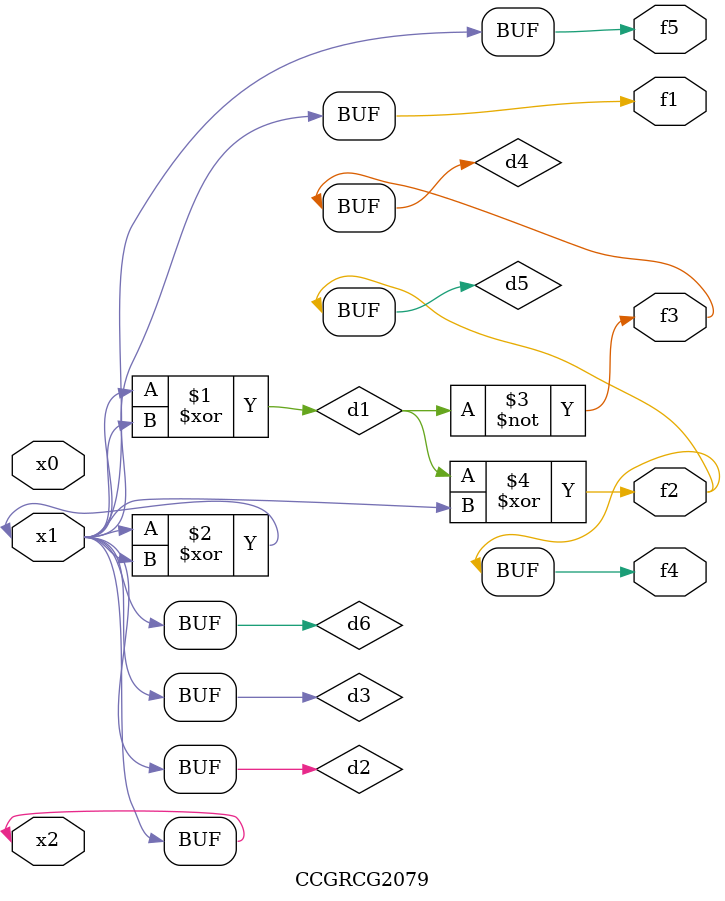
<source format=v>
module CCGRCG2079(
	input x0, x1, x2,
	output f1, f2, f3, f4, f5
);

	wire d1, d2, d3, d4, d5, d6;

	xor (d1, x1, x2);
	buf (d2, x1, x2);
	xor (d3, x1, x2);
	nor (d4, d1);
	xor (d5, d1, d2);
	buf (d6, d2, d3);
	assign f1 = d6;
	assign f2 = d5;
	assign f3 = d4;
	assign f4 = d5;
	assign f5 = d6;
endmodule

</source>
